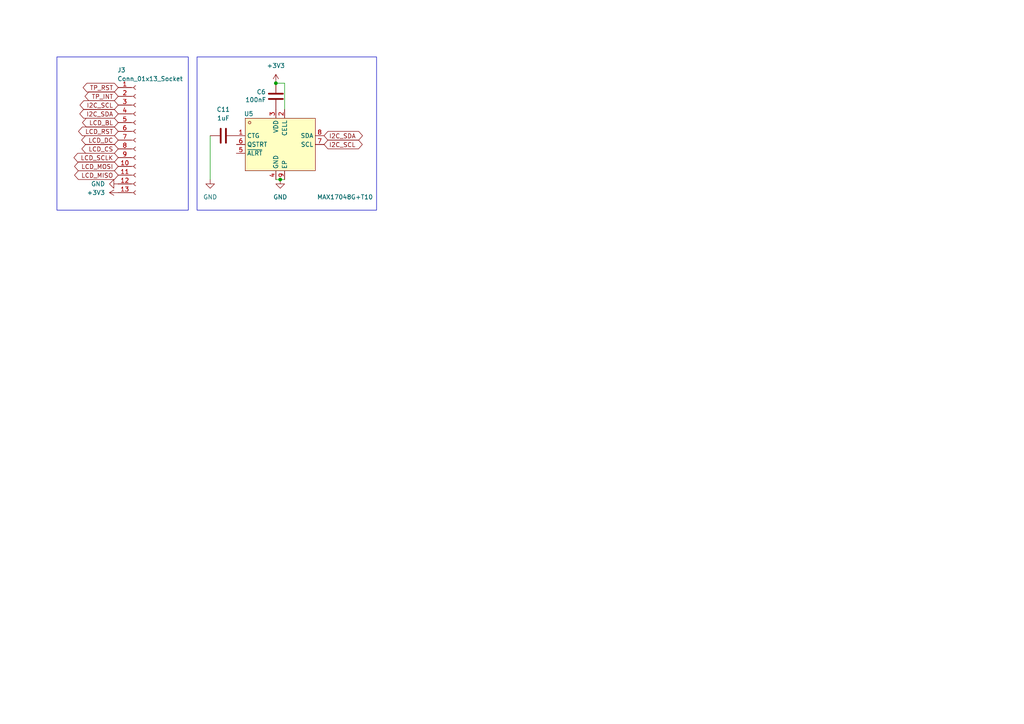
<source format=kicad_sch>
(kicad_sch (version 20250114) (generator "eeschema") (generator_version "9.0")
  (paper "A4")
  (lib_symbols
    (symbol "Connector:Conn_01x13_Socket" (pin_names (offset 1.016) (hide yes))
      (property "Reference" "J" (at 0 17.78 0))
      (property "Value" "Conn_01x13_Socket" (at 0 -17.78 0))
      (symbol "Conn_01x13_Socket_1_1"
        (polyline (pts (xy -1.27 15.24) (xy -0.508 15.24)) (stroke (width 0.1524)))
        (polyline (pts (xy -1.27 12.7) (xy -0.508 12.7)) (stroke (width 0.1524)))
        (polyline (pts (xy -1.27 10.16) (xy -0.508 10.16)) (stroke (width 0.1524)))
        (polyline (pts (xy -1.27 7.62) (xy -0.508 7.62)) (stroke (width 0.1524)))
        (polyline (pts (xy -1.27 5.08) (xy -0.508 5.08)) (stroke (width 0.1524)))
        (polyline (pts (xy -1.27 2.54) (xy -0.508 2.54)) (stroke (width 0.1524)))
        (polyline (pts (xy -1.27 0) (xy -0.508 0)) (stroke (width 0.1524)))
        (polyline (pts (xy -1.27 -2.54) (xy -0.508 -2.54)) (stroke (width 0.1524)))
        (polyline (pts (xy -1.27 -5.08) (xy -0.508 -5.08)) (stroke (width 0.1524)))
        (polyline (pts (xy -1.27 -7.62) (xy -0.508 -7.62)) (stroke (width 0.1524)))
        (polyline (pts (xy -1.27 -10.16) (xy -0.508 -10.16)) (stroke (width 0.1524)))
        (polyline (pts (xy -1.27 -12.7) (xy -0.508 -12.7)) (stroke (width 0.1524)))
        (polyline (pts (xy -1.27 -15.24) (xy -0.508 -15.24)) (stroke (width 0.1524)))
        (arc (start 0 14.732) (mid -0.5058 15.24) (end 0 15.748) (stroke (width 0.1524)))
        (arc (start 0 12.192) (mid -0.5058 12.7) (end 0 13.208) (stroke (width 0.1524)))
        (arc (start 0 9.652) (mid -0.5058 10.16) (end 0 10.668) (stroke (width 0.1524)))
        (arc (start 0 7.112) (mid -0.5058 7.62) (end 0 8.128) (stroke (width 0.1524)))
        (arc (start 0 4.572) (mid -0.5058 5.08) (end 0 5.588) (stroke (width 0.1524)))
        (arc (start 0 2.032) (mid -0.5058 2.54) (end 0 3.048) (stroke (width 0.1524)))
        (arc (start 0 -0.508) (mid -0.5058 0) (end 0 0.508) (stroke (width 0.1524)))
        (arc (start 0 -3.048) (mid -0.5058 -2.54) (end 0 -2.032) (stroke (width 0.1524)))
        (arc (start 0 -5.588) (mid -0.5058 -5.08) (end 0 -4.572) (stroke (width 0.1524)))
        (arc (start 0 -8.128) (mid -0.5058 -7.62) (end 0 -7.112) (stroke (width 0.1524)))
        (arc (start 0 -10.668) (mid -0.5058 -10.16) (end 0 -9.652) (stroke (width 0.1524)))
        (arc (start 0 -13.208) (mid -0.5058 -12.7) (end 0 -12.192) (stroke (width 0.1524)))
        (arc (start 0 -15.748) (mid -0.5058 -15.24) (end 0 -14.732) (stroke (width 0.1524)))
        (pin passive line (at -5.08 15.24 0) (length 3.81) (name "Pin_1") (number "1"))
        (pin passive line (at -5.08 12.7 0) (length 3.81) (name "Pin_2") (number "2"))
        (pin passive line (at -5.08 10.16 0) (length 3.81) (name "Pin_3") (number "3"))
        (pin passive line (at -5.08 7.62 0) (length 3.81) (name "Pin_4") (number "4"))
        (pin passive line (at -5.08 5.08 0) (length 3.81) (name "Pin_5") (number "5"))
        (pin passive line (at -5.08 2.54 0) (length 3.81) (name "Pin_6") (number "6"))
        (pin passive line (at -5.08 0 0) (length 3.81) (name "Pin_7") (number "7"))
        (pin passive line (at -5.08 -2.54 0) (length 3.81) (name "Pin_8") (number "8"))
        (pin passive line (at -5.08 -5.08 0) (length 3.81) (name "Pin_9") (number "9"))
        (pin passive line (at -5.08 -7.62 0) (length 3.81) (name "Pin_10") (number "10"))
        (pin passive line (at -5.08 -10.16 0) (length 3.81) (name "Pin_11") (number "11"))
        (pin passive line (at -5.08 -12.7 0) (length 3.81) (name "Pin_12") (number "12"))
        (pin passive line (at -5.08 -15.24 0) (length 3.81) (name "Pin_13") (number "13"))
      )
    )
    (symbol "Device:C" (pin_numbers (hide yes)) (pin_names (offset 0.254))
      (property "Reference" "C" (at 0.635 2.54 0))
      (property "Value" "C" (at 0.635 -2.54 0))
      (symbol "C_0_1"
        (polyline (pts (xy -2.032 0.762) (xy 2.032 0.762)) (stroke (width 0.508)))
        (polyline (pts (xy -2.032 -0.762) (xy 2.032 -0.762)) (stroke (width 0.508)))
      )
      (symbol "C_1_1"
        (pin passive line (at 0 3.81 270) (length 2.794) (name "~") (number "1"))
        (pin passive line (at 0 -3.81 90) (length 2.794) (name "~") (number "2"))
      )
    )
    (symbol "VRCBadge:MAX17048G+T10"
      (property "Reference" "U5" (at 0 12.7 0))
      (property "Value" "MAX17048G+T10" (at 0 10.16 0))
      (symbol "MAX17048G+T10_0_1"
        (rectangle (start -10.16 7.62) (end 10.16 -7.62) (fill (type background)))
        (circle (center -8.89 6.35) (radius 0.38))
        (pin unspecified line (at -12.7 2.54 0) (length 2.54) (name "CTG") (number "1"))
        (pin unspecified line (at -12.7 0 0) (length 2.54) (name "QSTRT") (number "6"))
        (pin unspecified line (at -12.7 -2.54 0) (length 2.54) (name "~{ALRT}") (number "5"))
        (pin unspecified line (at -1.27 10.16 270) (length 2.54) (name "VDD") (number "3"))
        (pin unspecified line (at -1.27 -10.16 90) (length 2.54) (name "GND") (number "4"))
        (pin unspecified line (at 1.27 10.16 270) (length 2.54) (name "CELL") (number "2"))
        (pin unspecified line (at 1.27 -10.16 90) (length 2.54) (name "EP") (number "9"))
        (pin unspecified line (at 12.7 2.54 180) (length 2.54) (name "SDA") (number "8"))
        (pin unspecified line (at 12.7 0 180) (length 2.54) (name "SCL") (number "7"))
      )
    )
    (symbol "power:+3V3" (power) (pin_numbers (hide yes)) (pin_names (offset 0) (hide yes))
      (property "Value" "+3V3" (at 0 3.556 0))
      (symbol "+3V3_0_1"
        (polyline (pts (xy -0.762 1.27) (xy 0 2.54)))
        (polyline (pts (xy 0 2.54) (xy 0.762 1.27)))
        (polyline (pts (xy 0 0) (xy 0 2.54)))
      )
      (symbol "+3V3_1_1"
        (pin power_in line (at 0 0 90) (length 0) (name "~") (number "1"))
      )
    )
    (symbol "power:GND" (power) (pin_numbers (hide yes)) (pin_names (offset 0) (hide yes))
      (property "Value" "GND" (at 0 -3.81 0))
      (symbol "GND_0_1"
        (polyline (pts (xy 0 0) (xy 0 -1.27) (xy 1.27 -1.27) (xy 0 -2.54) (xy -1.27 -1.27) (xy 0 -1.27)))
      )
      (symbol "GND_1_1"
        (pin power_in line (at 0 0 270) (length 0) (name "~") (number "1"))
      )
    )
  )
  (rectangle (start 57.15 16.51) (end 109.22 60.96))
  (rectangle (start 16.51 16.51) (end 54.61 60.96))
  (junction (at 81.28 52.07))
  (junction (at 80.01 24.13))
  (wire (pts (xy 81.28 52.07) (xy 82.55 52.07)))
  (wire (pts (xy 80.01 52.07) (xy 81.28 52.07)))
  (wire (pts (xy 60.96 39.37) (xy 60.96 52.07)))
  (wire (pts (xy 82.55 31.75) (xy 82.55 24.13)))
  (wire (pts (xy 82.55 24.13) (xy 80.01 24.13)))
  (global_label "LCD_BL" (shape bidirectional) (at 34.29 35.56 180) (property "Intersheetrefs" "${INTERSHEET_REFS}" (effects (hide yes))))
  (global_label "TP_INT" (shape bidirectional) (at 34.29 27.94 180) (property "Intersheetrefs" "${INTERSHEET_REFS}" (effects (hide yes))))
  (global_label "LCD_MISO" (shape bidirectional) (at 34.29 50.8 180) (property "Intersheetrefs" "${INTERSHEET_REFS}" (effects (hide yes))))
  (global_label "I2C_SDA" (shape bidirectional) (at 34.29 33.02 180) (property "Intersheetrefs" "${INTERSHEET_REFS}" (effects (hide yes))))
  (global_label "I2C_SCL" (shape bidirectional) (at 34.29 30.48 180) (property "Intersheetrefs" "${INTERSHEET_REFS}" (effects (hide yes))))
  (global_label "I2C_SCL" (shape bidirectional) (at 93.98 41.91 0) (property "Intersheetrefs" "${INTERSHEET_REFS}" (effects (hide yes))))
  (global_label "LCD_SCLK" (shape bidirectional) (at 34.29 45.72 180) (property "Intersheetrefs" "${INTERSHEET_REFS}" (effects (hide yes))))
  (global_label "LCD_MOSI" (shape bidirectional) (at 34.29 48.26 180) (property "Intersheetrefs" "${INTERSHEET_REFS}" (effects (hide yes))))
  (global_label "LCD_CS" (shape bidirectional) (at 34.29 43.18 180) (property "Intersheetrefs" "${INTERSHEET_REFS}" (effects (hide yes))))
  (global_label "LCD_DC" (shape bidirectional) (at 34.29 40.64 180) (property "Intersheetrefs" "${INTERSHEET_REFS}" (effects (hide yes))))
  (global_label "LCD_RST" (shape bidirectional) (at 34.29 38.1 180) (property "Intersheetrefs" "${INTERSHEET_REFS}" (effects (hide yes))))
  (global_label "TP_RST" (shape bidirectional) (at 34.29 25.4 180) (property "Intersheetrefs" "${INTERSHEET_REFS}" (effects (hide yes))))
  (global_label "I2C_SDA" (shape bidirectional) (at 93.98 39.37 0) (property "Intersheetrefs" "${INTERSHEET_REFS}" (effects (hide yes))))
  (symbol (lib_id "power:GND") (at 81.28 52.07 0) (unit 1)
    (property "Reference" "#PWR031" (effects (hide yes)))
    (property "Value" "GND" (at 81.28 57.15 0))
    (property "Description" "Power symbol creates a global label with name \"GND\" , ground" (effects (hide yes)))
  )
  (symbol (lib_id "power:+3V3") (at 34.29 55.88 90) (unit 1)
    (property "Reference" "#PWR030" (effects (hide yes)))
    (property "Value" "+3V3" (at 30.48 55.8799 90) (effects (justify left)))
    (property "Description" "Power symbol creates a global label with name \"+3V3\"" (effects (hide yes)))
  )
  (symbol (lib_id "Device:C") (at 80.01 27.94 0) (unit 1)
    (property "Reference" "C6" (at 74.422 26.67 0) (effects (justify left)))
    (property "Value" "100nF" (at 71.12 28.956 0) (effects (justify left)))
    (property "Description" "Unpolarized capacitor" (effects (hide yes)))
  )
  (symbol (lib_id "power:+3V3") (at 80.01 24.13 0) (unit 1)
    (property "Reference" "#PWR032" (effects (hide yes)))
    (property "Value" "+3V3" (at 80.01 19.05 0))
    (property "Description" "Power symbol creates a global label with name \"+3V3\"" (effects (hide yes)))
  )
  (symbol (lib_id "Device:C") (at 64.77 39.37 270) (unit 1)
    (property "Reference" "C11" (at 64.77 31.75 90))
    (property "Value" "1uF" (at 64.77 34.29 90))
    (property "Description" "Unpolarized capacitor" (effects (hide yes)))
  )
  (symbol (lib_id "power:GND") (at 34.29 53.34 270) (unit 1)
    (property "Reference" "#PWR029" (effects (hide yes)))
    (property "Value" "GND" (at 30.48 53.3399 90) (effects (justify right)))
    (property "Description" "Power symbol creates a global label with name \"GND\" , ground" (effects (hide yes)))
  )
  (symbol (lib_id "VRCBadge:MAX17048G+T10") (at 81.28 41.91 0) (unit 1)
    (property "Reference" "U5" (at 72.136 33.02 0))
    (property "Value" "MAX17048G+T10" (at 100.076 57.15 0))
    (property "Footprint" "VRCBadge:TDFN-8_L2.0-W2.0-P0.50-BL-EP1.2" (effects (hide yes)))
    (property "LCSC Part" "C2682616" (effects (hide yes)))
  )
  (symbol (lib_id "Connector:Conn_01x13_Socket") (at 39.37 40.64 0) (unit 1)
    (property "Reference" "J3" (at 34.036 20.32 0) (effects (justify left)))
    (property "Value" "Conn_01x13_Socket" (at 34.036 22.86 0) (effects (justify left)))
    (property "Description" "Generic connector, single row, 01x13, script generated" (effects (hide yes)))
  )
  (symbol (lib_id "power:GND") (at 60.96 52.07 0) (unit 1)
    (property "Reference" "#PWR033" (effects (hide yes)))
    (property "Value" "GND" (at 60.96 57.15 0))
    (property "Description" "Power symbol creates a global label with name \"GND\" , ground" (effects (hide yes)))
  )
)
</source>
